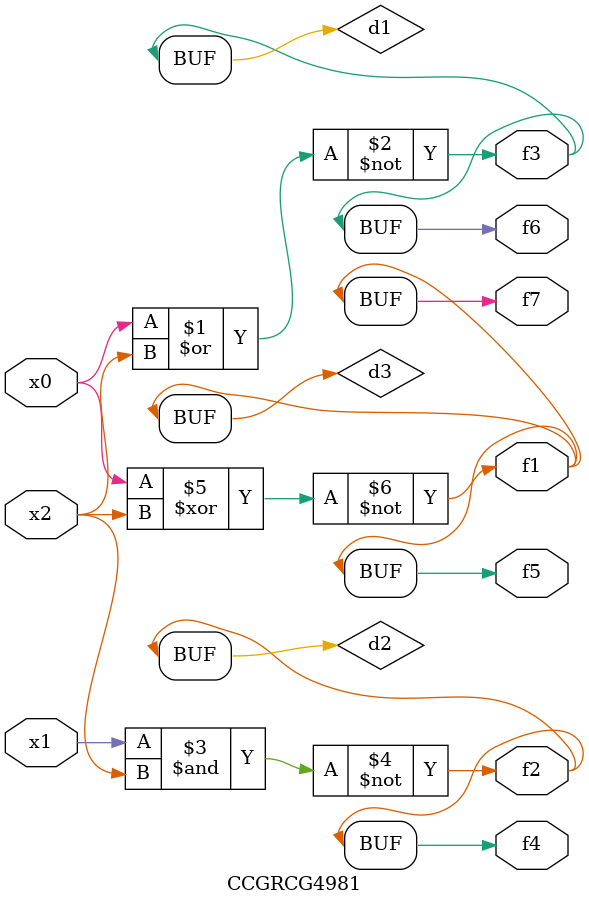
<source format=v>
module CCGRCG4981(
	input x0, x1, x2,
	output f1, f2, f3, f4, f5, f6, f7
);

	wire d1, d2, d3;

	nor (d1, x0, x2);
	nand (d2, x1, x2);
	xnor (d3, x0, x2);
	assign f1 = d3;
	assign f2 = d2;
	assign f3 = d1;
	assign f4 = d2;
	assign f5 = d3;
	assign f6 = d1;
	assign f7 = d3;
endmodule

</source>
